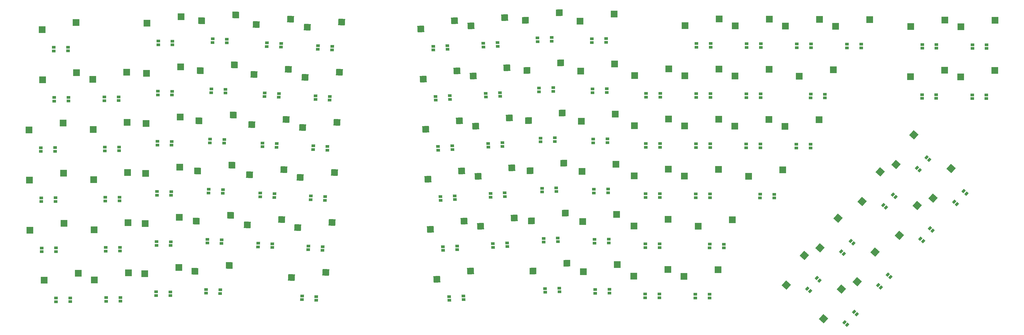
<source format=gbr>
%TF.GenerationSoftware,KiCad,Pcbnew,8.0.1-8.0.1-1~ubuntu22.04.1*%
%TF.CreationDate,2024-03-26T23:20:42-04:00*%
%TF.ProjectId,travis_erg2024-new4,74726176-6973-45f6-9572-67323032342d,2024.03.25*%
%TF.SameCoordinates,Original*%
%TF.FileFunction,Paste,Bot*%
%TF.FilePolarity,Positive*%
%FSLAX46Y46*%
G04 Gerber Fmt 4.6, Leading zero omitted, Abs format (unit mm)*
G04 Created by KiCad (PCBNEW 8.0.1-8.0.1-1~ubuntu22.04.1) date 2024-03-26 23:20:42*
%MOMM*%
%LPD*%
G01*
G04 APERTURE LIST*
G04 Aperture macros list*
%AMRotRect*
0 Rectangle, with rotation*
0 The origin of the aperture is its center*
0 $1 length*
0 $2 width*
0 $3 Rotation angle, in degrees counterclockwise*
0 Add horizontal line*
21,1,$1,$2,0,0,$3*%
G04 Aperture macros list end*
%ADD10RotRect,2.550000X2.500000X0.500000*%
%ADD11RotRect,1.400000X1.000000X0.500000*%
%ADD12RotRect,2.550000X2.500000X359.500000*%
%ADD13RotRect,1.400000X1.000000X359.500000*%
%ADD14RotRect,2.550000X2.500000X358.500000*%
%ADD15RotRect,1.400000X1.000000X358.500000*%
%ADD16RotRect,2.550000X2.500000X357.500000*%
%ADD17RotRect,1.400000X1.000000X357.500000*%
%ADD18RotRect,2.550000X2.500000X357.250000*%
%ADD19RotRect,1.400000X1.000000X357.250000*%
%ADD20RotRect,2.550000X2.500000X2.750000*%
%ADD21RotRect,1.400000X1.000000X2.750000*%
%ADD22RotRect,2.550000X2.500000X1.750000*%
%ADD23RotRect,1.400000X1.000000X1.750000*%
%ADD24RotRect,2.550000X2.500000X0.750000*%
%ADD25RotRect,1.400000X1.000000X0.750000*%
%ADD26RotRect,2.550000X2.500000X359.750000*%
%ADD27RotRect,1.400000X1.000000X359.750000*%
%ADD28RotRect,2.550000X2.500000X47.750000*%
%ADD29RotRect,1.400000X1.000000X47.750000*%
%ADD30RotRect,1.400000X1.000000X180.500000*%
%ADD31RotRect,1.400000X1.000000X179.500000*%
%ADD32RotRect,1.400000X1.000000X178.500000*%
%ADD33RotRect,1.400000X1.000000X177.500000*%
%ADD34RotRect,1.400000X1.000000X177.250000*%
%ADD35RotRect,1.400000X1.000000X182.750000*%
%ADD36RotRect,1.400000X1.000000X181.750000*%
%ADD37RotRect,1.400000X1.000000X180.750000*%
%ADD38RotRect,1.400000X1.000000X179.750000*%
%ADD39RotRect,1.400000X1.000000X227.750000*%
G04 APERTURE END LIST*
D10*
%TO.C,KSW1*%
X34636888Y-197165247D03*
X47541231Y-194512536D03*
%TD*%
D11*
%TO.C,KLED1*%
X44480889Y-203879565D03*
X44493106Y-205279512D03*
X39081094Y-203926688D03*
X39093311Y-205326635D03*
%TD*%
D10*
%TO.C,KSW2*%
X29042107Y-159112621D03*
X41946450Y-156459910D03*
%TD*%
D11*
%TO.C,KLED2*%
X38886089Y-165826965D03*
X38898306Y-167226912D03*
X33486294Y-165874088D03*
X33498511Y-167274035D03*
%TD*%
D10*
%TO.C,KSW3*%
X33971926Y-120968149D03*
X46876269Y-118315438D03*
%TD*%
D11*
%TO.C,KLED3*%
X43815889Y-127682465D03*
X43828106Y-129082412D03*
X38416094Y-127729588D03*
X38428311Y-129129535D03*
%TD*%
D10*
%TO.C,KSW4*%
X53686163Y-196999007D03*
X66590506Y-194346296D03*
%TD*%
D11*
%TO.C,KLED4*%
X63530089Y-203713365D03*
X63542306Y-205113312D03*
X58130294Y-203760488D03*
X58142511Y-205160435D03*
%TD*%
D10*
%TO.C,KSW5*%
X53353682Y-158900457D03*
X66258025Y-156247746D03*
%TD*%
D11*
%TO.C,KLED5*%
X63197689Y-165614765D03*
X63209906Y-167014712D03*
X57797894Y-165661888D03*
X57810111Y-167061835D03*
%TD*%
D10*
%TO.C,KSW6*%
X53021201Y-120801908D03*
X65925544Y-118149197D03*
%TD*%
D11*
%TO.C,KLED6*%
X62865189Y-127516265D03*
X62877406Y-128916212D03*
X57465394Y-127563388D03*
X57477611Y-128963335D03*
%TD*%
D12*
%TO.C,KSW7*%
X72762315Y-194709187D03*
X85710988Y-192282092D03*
%TD*%
D13*
%TO.C,KLED7*%
X82487606Y-201594288D03*
X82475389Y-202994235D03*
X77087811Y-201547165D03*
X77075594Y-202947112D03*
%TD*%
D12*
%TO.C,KSW8*%
X73094796Y-156610638D03*
X86043469Y-154183543D03*
%TD*%
D13*
%TO.C,KLED8*%
X82820106Y-163495788D03*
X82807889Y-164895735D03*
X77420311Y-163448665D03*
X77408094Y-164848612D03*
%TD*%
D12*
%TO.C,KSW9*%
X73427277Y-118512089D03*
X86375950Y-116084994D03*
%TD*%
D13*
%TO.C,KLED9*%
X83152606Y-125397188D03*
X83140389Y-126797135D03*
X77752811Y-125350065D03*
X77740594Y-126750012D03*
%TD*%
D14*
%TO.C,KSW10*%
X91866798Y-193752604D03*
X104855858Y-191551864D03*
%TD*%
D15*
%TO.C,KLED10*%
X101470399Y-200806418D03*
X101433751Y-202205938D03*
X96072249Y-200665062D03*
X96035601Y-202064582D03*
%TD*%
D14*
%TO.C,KSW11*%
X92864140Y-155665660D03*
X105853200Y-153464920D03*
%TD*%
D15*
%TO.C,KLED11*%
X102467799Y-162719518D03*
X102431151Y-164119038D03*
X97069649Y-162578162D03*
X97033001Y-163977682D03*
%TD*%
D14*
%TO.C,KSW12*%
X93861482Y-117578716D03*
X106850542Y-115377976D03*
%TD*%
D15*
%TO.C,KLED12*%
X103465099Y-124632518D03*
X103428451Y-126032038D03*
X98066949Y-124491162D03*
X98030301Y-125890682D03*
%TD*%
D16*
%TO.C,KSW13*%
X112594612Y-157065162D03*
X125620101Y-155091447D03*
%TD*%
D17*
%TO.C,KLED13*%
X122073664Y-164285539D03*
X122012597Y-165684206D03*
X116678803Y-164049994D03*
X116617736Y-165448661D03*
%TD*%
D16*
%TO.C,KSW14*%
X114256511Y-119001425D03*
X127282000Y-117027710D03*
%TD*%
D17*
%TO.C,KLED14*%
X123735564Y-126221739D03*
X123674497Y-127620406D03*
X118340703Y-125986194D03*
X118279636Y-127384861D03*
%TD*%
D18*
%TO.C,KSW15*%
X128467892Y-196107269D03*
X141501869Y-194190407D03*
%TD*%
D19*
%TO.C,KLED15*%
X137915375Y-203368947D03*
X137848206Y-204767335D03*
X132521594Y-203109865D03*
X132454425Y-204508253D03*
%TD*%
D18*
%TO.C,KSW16*%
X131794131Y-158123113D03*
X144828108Y-156206251D03*
%TD*%
D19*
%TO.C,KLED16*%
X141241575Y-165384747D03*
X141174406Y-166783135D03*
X135847794Y-165125665D03*
X135780625Y-166524053D03*
%TD*%
D18*
%TO.C,KSW17*%
X133622098Y-120066990D03*
X146656075Y-118150128D03*
%TD*%
D19*
%TO.C,KLED17*%
X143069575Y-127328647D03*
X143002406Y-128727035D03*
X137675794Y-127069565D03*
X137608625Y-128467953D03*
%TD*%
D20*
%TO.C,KSW18*%
X183669023Y-196778482D03*
X196459271Y-193621194D03*
%TD*%
D21*
%TO.C,KLED18*%
X193769006Y-203101165D03*
X193836175Y-204499553D03*
X188375225Y-203360247D03*
X188442394Y-204758635D03*
%TD*%
D20*
%TO.C,KSW19*%
X180342783Y-158794325D03*
X193133031Y-155637037D03*
%TD*%
D21*
%TO.C,KLED19*%
X190442806Y-165117065D03*
X190509975Y-166515453D03*
X185049025Y-165376147D03*
X185116194Y-166774535D03*
%TD*%
D20*
%TO.C,KSW20*%
X178514817Y-120738202D03*
X191305065Y-117580914D03*
%TD*%
D21*
%TO.C,KLED20*%
X188614806Y-127060865D03*
X188681975Y-128459253D03*
X183221025Y-127319947D03*
X183288194Y-128718335D03*
%TD*%
D20*
%TO.C,KSW21*%
X199358851Y-157630630D03*
X212149099Y-154473342D03*
%TD*%
D21*
%TO.C,KLED21*%
X209458806Y-163953365D03*
X209525975Y-165351753D03*
X204065025Y-164212447D03*
X204132194Y-165610835D03*
%TD*%
D20*
%TO.C,KSW22*%
X197530884Y-119574507D03*
X210321132Y-116417219D03*
%TD*%
D21*
%TO.C,KLED22*%
X207630906Y-125897165D03*
X207698075Y-127295553D03*
X202237125Y-126156247D03*
X202304294Y-127554635D03*
%TD*%
D22*
%TO.C,KSW23*%
X220206343Y-193648622D03*
X233049746Y-190715035D03*
%TD*%
D23*
%TO.C,KLED23*%
X230194464Y-200146673D03*
X230237218Y-201546020D03*
X224796982Y-200311580D03*
X224839736Y-201710927D03*
%TD*%
D22*
%TO.C,KSW24*%
X219042825Y-155566392D03*
X231886228Y-152632805D03*
%TD*%
D23*
%TO.C,KLED24*%
X229030964Y-162064373D03*
X229073718Y-163463720D03*
X223633482Y-162229280D03*
X223676236Y-163628627D03*
%TD*%
D22*
%TO.C,KSW25*%
X217879308Y-117484162D03*
X230722711Y-114550575D03*
%TD*%
D23*
%TO.C,KLED25*%
X227867364Y-123982173D03*
X227910118Y-125381520D03*
X222469882Y-124147080D03*
X222512636Y-125546427D03*
%TD*%
D24*
%TO.C,KSW26*%
X239319618Y-193941804D03*
X252212263Y-191232813D03*
%TD*%
D25*
%TO.C,KLED26*%
X249192806Y-200613118D03*
X249211131Y-202012998D03*
X243793269Y-200683802D03*
X243811594Y-202083682D03*
%TD*%
D24*
%TO.C,KSW27*%
X238820905Y-155845068D03*
X251713550Y-153136077D03*
%TD*%
D25*
%TO.C,KLED27*%
X248694106Y-162516418D03*
X248712431Y-163916298D03*
X243294569Y-162587102D03*
X243312894Y-163986982D03*
%TD*%
D24*
%TO.C,KSW28*%
X238322191Y-117748332D03*
X251214836Y-115039341D03*
%TD*%
D25*
%TO.C,KLED28*%
X248195406Y-124419618D03*
X248213731Y-125819498D03*
X242795869Y-124490302D03*
X242814194Y-125890182D03*
%TD*%
D26*
%TO.C,KSW29*%
X258437956Y-195568428D03*
X271375916Y-193084857D03*
%TD*%
D27*
%TO.C,KLED29*%
X268193229Y-202411088D03*
X268187120Y-203811074D03*
X262793280Y-202387526D03*
X262787171Y-203787512D03*
%TD*%
D26*
%TO.C,KSW30*%
X258604199Y-157468791D03*
X271542159Y-154985220D03*
%TD*%
D27*
%TO.C,KLED30*%
X268359429Y-164311388D03*
X268353320Y-165711374D03*
X262959480Y-164287826D03*
X262953371Y-165687812D03*
%TD*%
D26*
%TO.C,KSW31*%
X258770441Y-119369154D03*
X271708401Y-116885583D03*
%TD*%
D27*
%TO.C,KLED31*%
X268525629Y-126211788D03*
X268519520Y-127611774D03*
X263125680Y-126188226D03*
X263119571Y-127588212D03*
%TD*%
D26*
%TO.C,KSW32*%
X277487775Y-195651549D03*
X290425735Y-193167978D03*
%TD*%
D27*
%TO.C,KLED32*%
X287243029Y-202494188D03*
X287236920Y-203894174D03*
X281843080Y-202470626D03*
X281836971Y-203870612D03*
%TD*%
D26*
%TO.C,KSW33*%
X277654017Y-157551912D03*
X290591977Y-155068341D03*
%TD*%
D27*
%TO.C,KLED33*%
X287409229Y-164394588D03*
X287403120Y-165794574D03*
X282009280Y-164371026D03*
X282003171Y-165771012D03*
%TD*%
D26*
%TO.C,KSW34*%
X277820259Y-119452275D03*
X290758219Y-116968704D03*
%TD*%
D27*
%TO.C,KLED34*%
X287575529Y-126294888D03*
X287569420Y-127694874D03*
X282175580Y-126271326D03*
X282169471Y-127671312D03*
%TD*%
D26*
%TO.C,KSW35*%
X302066285Y-157658432D03*
X315004245Y-155174861D03*
%TD*%
D27*
%TO.C,KLED35*%
X311821529Y-164501088D03*
X311815420Y-165901074D03*
X306421580Y-164477526D03*
X306415471Y-165877512D03*
%TD*%
D26*
%TO.C,KSW36*%
X296870078Y-119535396D03*
X309808038Y-117051825D03*
%TD*%
D27*
%TO.C,KLED36*%
X306625329Y-126377988D03*
X306619220Y-127777974D03*
X301225380Y-126354426D03*
X301219271Y-127754412D03*
%TD*%
D26*
%TO.C,KSW37*%
X321282346Y-119641915D03*
X334220306Y-117158344D03*
%TD*%
D27*
%TO.C,KLED37*%
X331037629Y-126484588D03*
X331031520Y-127884574D03*
X325637680Y-126461026D03*
X325631571Y-127861012D03*
%TD*%
D28*
%TO.C,KSW38*%
X330475080Y-211793594D03*
X337286612Y-200516982D03*
%TD*%
D29*
%TO.C,KLED38*%
X342087638Y-209122654D03*
X343123943Y-210063968D03*
X338456857Y-213119832D03*
X339493162Y-214061146D03*
%TD*%
D28*
%TO.C,KSW39*%
X343283668Y-197692439D03*
X350095200Y-186415827D03*
%TD*%
D29*
%TO.C,KLED39*%
X354896238Y-195021454D03*
X355932543Y-195962768D03*
X351265457Y-199018632D03*
X352301762Y-199959946D03*
%TD*%
D28*
%TO.C,KSW40*%
X359294403Y-180065994D03*
X366105935Y-168789382D03*
%TD*%
D29*
%TO.C,KLED40*%
X370907038Y-177395054D03*
X371943343Y-178336368D03*
X367276257Y-181392232D03*
X368312562Y-182333546D03*
%TD*%
D28*
%TO.C,KSW41*%
X372102990Y-165964839D03*
X378914522Y-154688227D03*
%TD*%
D29*
%TO.C,KLED41*%
X383715538Y-163293854D03*
X384751843Y-164235168D03*
X380084757Y-167291032D03*
X381121062Y-168232346D03*
%TD*%
D26*
%TO.C,KSW42*%
X363544443Y-119826320D03*
X376482403Y-117342749D03*
%TD*%
D27*
%TO.C,KLED42*%
X373299729Y-126668988D03*
X373293620Y-128068974D03*
X367899780Y-126645426D03*
X367893671Y-128045412D03*
%TD*%
D26*
%TO.C,KSW43*%
X382594262Y-119909441D03*
X395532222Y-117425870D03*
%TD*%
D27*
%TO.C,KLED43*%
X392349529Y-126752088D03*
X392343420Y-128152074D03*
X386949580Y-126728526D03*
X386943471Y-128128512D03*
%TD*%
D10*
%TO.C,KSW44*%
X29208348Y-178161896D03*
X42112691Y-175509185D03*
%TD*%
D30*
%TO.C,KLED44*%
X33664711Y-186323335D03*
X33652494Y-184923388D03*
X39064506Y-186276212D03*
X39052289Y-184876265D03*
%TD*%
D10*
%TO.C,KSW45*%
X28875867Y-140063347D03*
X41780210Y-137410636D03*
%TD*%
D30*
%TO.C,KLED45*%
X33332211Y-148224735D03*
X33319994Y-146824788D03*
X38732006Y-148177612D03*
X38719789Y-146777665D03*
%TD*%
D10*
%TO.C,KSW46*%
X33805686Y-101918874D03*
X46710029Y-99266163D03*
%TD*%
D30*
%TO.C,KLED46*%
X38262111Y-110080335D03*
X38249894Y-108680388D03*
X43661906Y-110033212D03*
X43649689Y-108633265D03*
%TD*%
D10*
%TO.C,KSW47*%
X53519922Y-177949732D03*
X66424265Y-175297021D03*
%TD*%
D30*
%TO.C,KLED47*%
X57976311Y-186111135D03*
X57964094Y-184711188D03*
X63376106Y-186064012D03*
X63363889Y-184664065D03*
%TD*%
D10*
%TO.C,KSW48*%
X53187441Y-139851183D03*
X66091784Y-137198472D03*
%TD*%
D30*
%TO.C,KLED48*%
X57643811Y-148012635D03*
X57631594Y-146612688D03*
X63043606Y-147965512D03*
X63031389Y-146565565D03*
%TD*%
D12*
%TO.C,KSW49*%
X72928556Y-175659913D03*
X85877229Y-173232818D03*
%TD*%
D31*
%TO.C,KLED49*%
X77241794Y-183897912D03*
X77254011Y-182497965D03*
X82641589Y-183945035D03*
X82653806Y-182545088D03*
%TD*%
D12*
%TO.C,KSW50*%
X73261037Y-137561363D03*
X86209710Y-135134268D03*
%TD*%
D31*
%TO.C,KLED50*%
X77574294Y-145799312D03*
X77586511Y-144399365D03*
X82974089Y-145846435D03*
X82986306Y-144446488D03*
%TD*%
D12*
%TO.C,KSW51*%
X73593518Y-99462814D03*
X86542191Y-97035719D03*
%TD*%
D31*
%TO.C,KLED51*%
X77906794Y-107700812D03*
X77919011Y-106300865D03*
X83306589Y-107747935D03*
X83318806Y-106347988D03*
%TD*%
D14*
%TO.C,KSW52*%
X92365469Y-174709132D03*
X105354529Y-172508392D03*
%TD*%
D32*
%TO.C,KLED52*%
X96534301Y-183021082D03*
X96570949Y-181621562D03*
X101932451Y-183162438D03*
X101969099Y-181762918D03*
%TD*%
D14*
%TO.C,KSW53*%
X93362811Y-136622188D03*
X106351871Y-134421448D03*
%TD*%
D32*
%TO.C,KLED53*%
X97531701Y-144934182D03*
X97568349Y-143534662D03*
X102929851Y-145075538D03*
X102966499Y-143676018D03*
%TD*%
D14*
%TO.C,KSW54*%
X94360153Y-98535243D03*
X107349213Y-96334503D03*
%TD*%
D32*
%TO.C,KLED54*%
X98529001Y-106847182D03*
X98565649Y-105447662D03*
X103927151Y-106988538D03*
X103963799Y-105589018D03*
%TD*%
D16*
%TO.C,KSW55*%
X111763663Y-176097031D03*
X124789152Y-174123316D03*
%TD*%
D33*
%TO.C,KLED55*%
X115786836Y-184480461D03*
X115847903Y-183081794D03*
X121181697Y-184716006D03*
X121242764Y-183317339D03*
%TD*%
D16*
%TO.C,KSW56*%
X113425562Y-138033293D03*
X126451051Y-136059578D03*
%TD*%
D33*
%TO.C,KLED56*%
X117448736Y-146416761D03*
X117509803Y-145018094D03*
X122843597Y-146652306D03*
X122904664Y-145253639D03*
%TD*%
D16*
%TO.C,KSW57*%
X115087460Y-99969556D03*
X128112949Y-97995841D03*
%TD*%
D33*
%TO.C,KLED57*%
X119110636Y-108353061D03*
X119171703Y-106954394D03*
X124505497Y-108588606D03*
X124566564Y-107189939D03*
%TD*%
D18*
%TO.C,KSW58*%
X130880148Y-177151175D03*
X143914125Y-175234313D03*
%TD*%
D34*
%TO.C,KLED58*%
X134866725Y-185552153D03*
X134933894Y-184153765D03*
X140260506Y-185811235D03*
X140327675Y-184412847D03*
%TD*%
D18*
%TO.C,KSW59*%
X132708114Y-139095051D03*
X145742091Y-137178189D03*
%TD*%
D34*
%TO.C,KLED59*%
X136694625Y-147495953D03*
X136761794Y-146097565D03*
X142088406Y-147755035D03*
X142155575Y-146356647D03*
%TD*%
D18*
%TO.C,KSW60*%
X134536081Y-101038928D03*
X147570058Y-99122066D03*
%TD*%
D34*
%TO.C,KLED60*%
X138522625Y-109439853D03*
X138589794Y-108041465D03*
X143916406Y-109698935D03*
X143983575Y-108300547D03*
%TD*%
D20*
%TO.C,KSW61*%
X181256767Y-177822387D03*
X194047015Y-174665099D03*
%TD*%
D35*
%TO.C,KLED61*%
X186030094Y-185802535D03*
X185962925Y-184404147D03*
X191423875Y-185543453D03*
X191356706Y-184145065D03*
%TD*%
D20*
%TO.C,KSW62*%
X179428800Y-139766264D03*
X192219048Y-136608976D03*
%TD*%
D35*
%TO.C,KLED62*%
X184202194Y-147746435D03*
X184135025Y-146348047D03*
X189595975Y-147487353D03*
X189528806Y-146088965D03*
%TD*%
D20*
%TO.C,KSW63*%
X177600833Y-101710140D03*
X190391081Y-98552852D03*
%TD*%
D35*
%TO.C,KLED63*%
X182374194Y-109690335D03*
X182307025Y-108291947D03*
X187767975Y-109431253D03*
X187700806Y-108032865D03*
%TD*%
D20*
%TO.C,KSW64*%
X200272834Y-176658692D03*
X213063082Y-173501404D03*
%TD*%
D35*
%TO.C,KLED64*%
X205046194Y-184638835D03*
X204979025Y-183240447D03*
X210439975Y-184379753D03*
X210372806Y-182981365D03*
%TD*%
D20*
%TO.C,KSW65*%
X198444867Y-138602568D03*
X211235115Y-135445280D03*
%TD*%
D35*
%TO.C,KLED65*%
X203218194Y-146582735D03*
X203151025Y-145184347D03*
X208611975Y-146323653D03*
X208544806Y-144925265D03*
%TD*%
D20*
%TO.C,KSW66*%
X196616900Y-100546445D03*
X209407148Y-97389157D03*
%TD*%
D35*
%TO.C,KLED66*%
X201390294Y-108526635D03*
X201323125Y-107128247D03*
X206784075Y-108267553D03*
X206716906Y-106869165D03*
%TD*%
D22*
%TO.C,KSW67*%
X219624584Y-174607507D03*
X232467987Y-171673920D03*
%TD*%
D36*
%TO.C,KLED67*%
X224257936Y-182669727D03*
X224215182Y-181270380D03*
X229655418Y-182504820D03*
X229612664Y-181105473D03*
%TD*%
D22*
%TO.C,KSW68*%
X218461067Y-136525277D03*
X231304470Y-133591690D03*
%TD*%
D36*
%TO.C,KLED68*%
X223094436Y-144587527D03*
X223051682Y-143188180D03*
X228491918Y-144422620D03*
X228449164Y-143023273D03*
%TD*%
D22*
%TO.C,KSW69*%
X217297549Y-98443047D03*
X230140952Y-95509460D03*
%TD*%
D36*
%TO.C,KLED69*%
X221930936Y-106505327D03*
X221888182Y-105105980D03*
X227328418Y-106340420D03*
X227285664Y-104941073D03*
%TD*%
D24*
%TO.C,KSW70*%
X239070262Y-174893436D03*
X251962907Y-172184445D03*
%TD*%
D37*
%TO.C,KLED70*%
X243562194Y-183035382D03*
X243543869Y-181635502D03*
X248961731Y-182964698D03*
X248943406Y-181564818D03*
%TD*%
D24*
%TO.C,KSW71*%
X238571548Y-136796700D03*
X251464193Y-134087709D03*
%TD*%
D37*
%TO.C,KLED71*%
X243063494Y-144938582D03*
X243045169Y-143538702D03*
X248463031Y-144867898D03*
X248444706Y-143468018D03*
%TD*%
D24*
%TO.C,KSW72*%
X238072834Y-98699964D03*
X250965479Y-95990973D03*
%TD*%
D37*
%TO.C,KLED72*%
X242564794Y-106841882D03*
X242546469Y-105442002D03*
X247964331Y-106771198D03*
X247946006Y-105371318D03*
%TD*%
D26*
%TO.C,KSW73*%
X258521077Y-176518610D03*
X271459037Y-174035039D03*
%TD*%
D38*
%TO.C,KLED73*%
X262870271Y-184737712D03*
X262876380Y-183337726D03*
X268270220Y-184761274D03*
X268276329Y-183361288D03*
%TD*%
D26*
%TO.C,KSW74*%
X258687320Y-138418973D03*
X271625280Y-135935402D03*
%TD*%
D38*
%TO.C,KLED74*%
X263036471Y-146638012D03*
X263042580Y-145238026D03*
X268436420Y-146661574D03*
X268442529Y-145261588D03*
%TD*%
D26*
%TO.C,KSW75*%
X282933345Y-176625129D03*
X295871305Y-174141558D03*
%TD*%
D38*
%TO.C,KLED75*%
X287282571Y-184844212D03*
X287288680Y-183444226D03*
X292682520Y-184867774D03*
X292688629Y-183467788D03*
%TD*%
D26*
%TO.C,KSW76*%
X277737138Y-138502094D03*
X290675098Y-136018523D03*
%TD*%
D38*
%TO.C,KLED76*%
X282086271Y-146721112D03*
X282092380Y-145321126D03*
X287486220Y-146744674D03*
X287492329Y-145344688D03*
%TD*%
D26*
%TO.C,KSW77*%
X277903380Y-100402456D03*
X290841340Y-97918885D03*
%TD*%
D38*
%TO.C,KLED77*%
X282252571Y-108621512D03*
X282258680Y-107221526D03*
X287652520Y-108645074D03*
X287658629Y-107245088D03*
%TD*%
D26*
%TO.C,KSW78*%
X296786957Y-138585215D03*
X309724917Y-136101644D03*
%TD*%
D38*
%TO.C,KLED78*%
X301136171Y-146804312D03*
X301142280Y-145404326D03*
X306536120Y-146827874D03*
X306542229Y-145427888D03*
%TD*%
D26*
%TO.C,KSW79*%
X296953199Y-100485577D03*
X309891159Y-98002006D03*
%TD*%
D38*
%TO.C,KLED79*%
X301302371Y-108704612D03*
X301308480Y-107304626D03*
X306702320Y-108728174D03*
X306708429Y-107328188D03*
%TD*%
D26*
%TO.C,KSW80*%
X315836776Y-138668336D03*
X328774736Y-136184765D03*
%TD*%
D38*
%TO.C,KLED80*%
X320185971Y-146887412D03*
X320192080Y-145487426D03*
X325585920Y-146910974D03*
X325592029Y-145510988D03*
%TD*%
D26*
%TO.C,KSW81*%
X316003018Y-100568698D03*
X328940978Y-98085127D03*
%TD*%
D38*
%TO.C,KLED81*%
X320352171Y-108787712D03*
X320358280Y-107387726D03*
X325752120Y-108811274D03*
X325758229Y-107411288D03*
%TD*%
D26*
%TO.C,KSW82*%
X335052836Y-100651820D03*
X347990796Y-98168249D03*
%TD*%
D38*
%TO.C,KLED82*%
X339401971Y-108870912D03*
X339408080Y-107470926D03*
X344801920Y-108894474D03*
X344808029Y-107494488D03*
%TD*%
D28*
%TO.C,KSW83*%
X316373925Y-198985006D03*
X323185457Y-187708394D03*
%TD*%
D39*
%TO.C,KLED83*%
X325392062Y-201252546D03*
X324355757Y-200311232D03*
X329022843Y-197255368D03*
X327986538Y-196314054D03*
%TD*%
D28*
%TO.C,KSW84*%
X329182513Y-184883851D03*
X335994045Y-173607239D03*
%TD*%
D39*
%TO.C,KLED84*%
X338200662Y-187151446D03*
X337164357Y-186210132D03*
X341831443Y-183154268D03*
X340795138Y-182212954D03*
%TD*%
D28*
%TO.C,KSW85*%
X345193247Y-167257407D03*
X352004779Y-155980795D03*
%TD*%
D39*
%TO.C,KLED85*%
X354211362Y-169524946D03*
X353175057Y-168583632D03*
X357842143Y-165527768D03*
X356805838Y-164586454D03*
%TD*%
D28*
%TO.C,KSW86*%
X358001835Y-153156251D03*
X364813367Y-141879639D03*
%TD*%
D39*
%TO.C,KLED86*%
X367019962Y-155423846D03*
X365983657Y-154482532D03*
X370650743Y-151426668D03*
X369614438Y-150485354D03*
%TD*%
D26*
%TO.C,KSW87*%
X363627564Y-100776501D03*
X376565524Y-98292930D03*
%TD*%
D38*
%TO.C,KLED87*%
X367976771Y-108995512D03*
X367982880Y-107595526D03*
X373376720Y-109019074D03*
X373382829Y-107619088D03*
%TD*%
D26*
%TO.C,KSW88*%
X382677383Y-100859622D03*
X395615343Y-98376051D03*
%TD*%
D38*
%TO.C,KLED88*%
X387026571Y-109078712D03*
X387032680Y-107678726D03*
X392426520Y-109102274D03*
X392432629Y-107702288D03*
%TD*%
M02*

</source>
